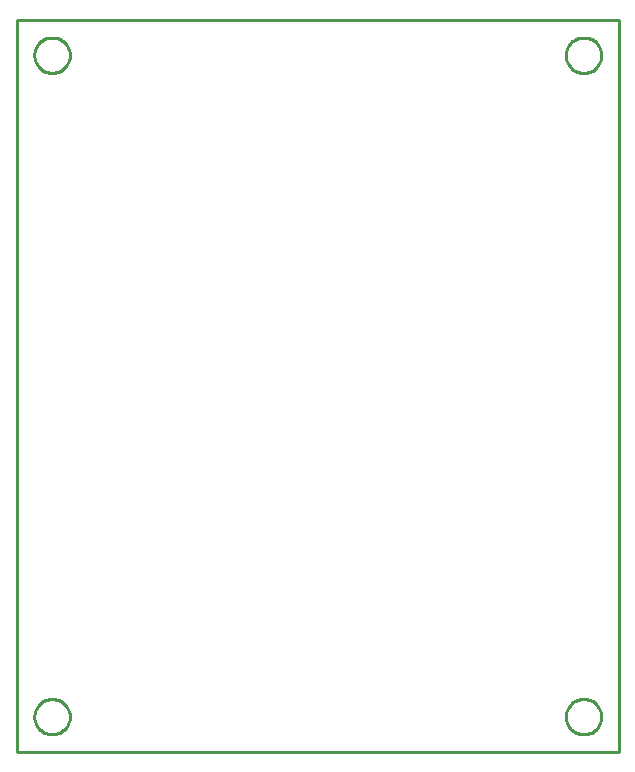
<source format=gbr>
G04 EAGLE Gerber RS-274X export*
G75*
%MOMM*%
%FSLAX34Y34*%
%LPD*%
%IN*%
%IPPOS*%
%AMOC8*
5,1,8,0,0,1.08239X$1,22.5*%
G01*
%ADD10C,0.254000*%


D10*
X0Y0D02*
X510000Y0D01*
X510000Y620000D01*
X0Y620000D01*
X0Y0D01*
X45000Y589464D02*
X44924Y588396D01*
X44771Y587335D01*
X44543Y586288D01*
X44241Y585260D01*
X43867Y584256D01*
X43422Y583281D01*
X42908Y582341D01*
X42329Y581440D01*
X41687Y580582D01*
X40985Y579772D01*
X40228Y579015D01*
X39418Y578313D01*
X38560Y577671D01*
X37659Y577092D01*
X36719Y576578D01*
X35744Y576133D01*
X34740Y575759D01*
X33712Y575457D01*
X32665Y575229D01*
X31604Y575076D01*
X30536Y575000D01*
X29464Y575000D01*
X28396Y575076D01*
X27335Y575229D01*
X26288Y575457D01*
X25260Y575759D01*
X24256Y576133D01*
X23281Y576578D01*
X22341Y577092D01*
X21440Y577671D01*
X20582Y578313D01*
X19772Y579015D01*
X19015Y579772D01*
X18313Y580582D01*
X17671Y581440D01*
X17092Y582341D01*
X16578Y583281D01*
X16133Y584256D01*
X15759Y585260D01*
X15457Y586288D01*
X15229Y587335D01*
X15076Y588396D01*
X15000Y589464D01*
X15000Y590536D01*
X15076Y591604D01*
X15229Y592665D01*
X15457Y593712D01*
X15759Y594740D01*
X16133Y595744D01*
X16578Y596719D01*
X17092Y597659D01*
X17671Y598560D01*
X18313Y599418D01*
X19015Y600228D01*
X19772Y600985D01*
X20582Y601687D01*
X21440Y602329D01*
X22341Y602908D01*
X23281Y603422D01*
X24256Y603867D01*
X25260Y604241D01*
X26288Y604543D01*
X27335Y604771D01*
X28396Y604924D01*
X29464Y605000D01*
X30536Y605000D01*
X31604Y604924D01*
X32665Y604771D01*
X33712Y604543D01*
X34740Y604241D01*
X35744Y603867D01*
X36719Y603422D01*
X37659Y602908D01*
X38560Y602329D01*
X39418Y601687D01*
X40228Y600985D01*
X40985Y600228D01*
X41687Y599418D01*
X42329Y598560D01*
X42908Y597659D01*
X43422Y596719D01*
X43867Y595744D01*
X44241Y594740D01*
X44543Y593712D01*
X44771Y592665D01*
X44924Y591604D01*
X45000Y590536D01*
X45000Y589464D01*
X495000Y589464D02*
X494924Y588396D01*
X494771Y587335D01*
X494543Y586288D01*
X494241Y585260D01*
X493867Y584256D01*
X493422Y583281D01*
X492908Y582341D01*
X492329Y581440D01*
X491687Y580582D01*
X490985Y579772D01*
X490228Y579015D01*
X489418Y578313D01*
X488560Y577671D01*
X487659Y577092D01*
X486719Y576578D01*
X485744Y576133D01*
X484740Y575759D01*
X483712Y575457D01*
X482665Y575229D01*
X481604Y575076D01*
X480536Y575000D01*
X479464Y575000D01*
X478396Y575076D01*
X477335Y575229D01*
X476288Y575457D01*
X475260Y575759D01*
X474256Y576133D01*
X473281Y576578D01*
X472341Y577092D01*
X471440Y577671D01*
X470582Y578313D01*
X469772Y579015D01*
X469015Y579772D01*
X468313Y580582D01*
X467671Y581440D01*
X467092Y582341D01*
X466578Y583281D01*
X466133Y584256D01*
X465759Y585260D01*
X465457Y586288D01*
X465229Y587335D01*
X465076Y588396D01*
X465000Y589464D01*
X465000Y590536D01*
X465076Y591604D01*
X465229Y592665D01*
X465457Y593712D01*
X465759Y594740D01*
X466133Y595744D01*
X466578Y596719D01*
X467092Y597659D01*
X467671Y598560D01*
X468313Y599418D01*
X469015Y600228D01*
X469772Y600985D01*
X470582Y601687D01*
X471440Y602329D01*
X472341Y602908D01*
X473281Y603422D01*
X474256Y603867D01*
X475260Y604241D01*
X476288Y604543D01*
X477335Y604771D01*
X478396Y604924D01*
X479464Y605000D01*
X480536Y605000D01*
X481604Y604924D01*
X482665Y604771D01*
X483712Y604543D01*
X484740Y604241D01*
X485744Y603867D01*
X486719Y603422D01*
X487659Y602908D01*
X488560Y602329D01*
X489418Y601687D01*
X490228Y600985D01*
X490985Y600228D01*
X491687Y599418D01*
X492329Y598560D01*
X492908Y597659D01*
X493422Y596719D01*
X493867Y595744D01*
X494241Y594740D01*
X494543Y593712D01*
X494771Y592665D01*
X494924Y591604D01*
X495000Y590536D01*
X495000Y589464D01*
X495000Y29464D02*
X494924Y28396D01*
X494771Y27335D01*
X494543Y26288D01*
X494241Y25260D01*
X493867Y24256D01*
X493422Y23281D01*
X492908Y22341D01*
X492329Y21440D01*
X491687Y20582D01*
X490985Y19772D01*
X490228Y19015D01*
X489418Y18313D01*
X488560Y17671D01*
X487659Y17092D01*
X486719Y16578D01*
X485744Y16133D01*
X484740Y15759D01*
X483712Y15457D01*
X482665Y15229D01*
X481604Y15076D01*
X480536Y15000D01*
X479464Y15000D01*
X478396Y15076D01*
X477335Y15229D01*
X476288Y15457D01*
X475260Y15759D01*
X474256Y16133D01*
X473281Y16578D01*
X472341Y17092D01*
X471440Y17671D01*
X470582Y18313D01*
X469772Y19015D01*
X469015Y19772D01*
X468313Y20582D01*
X467671Y21440D01*
X467092Y22341D01*
X466578Y23281D01*
X466133Y24256D01*
X465759Y25260D01*
X465457Y26288D01*
X465229Y27335D01*
X465076Y28396D01*
X465000Y29464D01*
X465000Y30536D01*
X465076Y31604D01*
X465229Y32665D01*
X465457Y33712D01*
X465759Y34740D01*
X466133Y35744D01*
X466578Y36719D01*
X467092Y37659D01*
X467671Y38560D01*
X468313Y39418D01*
X469015Y40228D01*
X469772Y40985D01*
X470582Y41687D01*
X471440Y42329D01*
X472341Y42908D01*
X473281Y43422D01*
X474256Y43867D01*
X475260Y44241D01*
X476288Y44543D01*
X477335Y44771D01*
X478396Y44924D01*
X479464Y45000D01*
X480536Y45000D01*
X481604Y44924D01*
X482665Y44771D01*
X483712Y44543D01*
X484740Y44241D01*
X485744Y43867D01*
X486719Y43422D01*
X487659Y42908D01*
X488560Y42329D01*
X489418Y41687D01*
X490228Y40985D01*
X490985Y40228D01*
X491687Y39418D01*
X492329Y38560D01*
X492908Y37659D01*
X493422Y36719D01*
X493867Y35744D01*
X494241Y34740D01*
X494543Y33712D01*
X494771Y32665D01*
X494924Y31604D01*
X495000Y30536D01*
X495000Y29464D01*
X45000Y29464D02*
X44924Y28396D01*
X44771Y27335D01*
X44543Y26288D01*
X44241Y25260D01*
X43867Y24256D01*
X43422Y23281D01*
X42908Y22341D01*
X42329Y21440D01*
X41687Y20582D01*
X40985Y19772D01*
X40228Y19015D01*
X39418Y18313D01*
X38560Y17671D01*
X37659Y17092D01*
X36719Y16578D01*
X35744Y16133D01*
X34740Y15759D01*
X33712Y15457D01*
X32665Y15229D01*
X31604Y15076D01*
X30536Y15000D01*
X29464Y15000D01*
X28396Y15076D01*
X27335Y15229D01*
X26288Y15457D01*
X25260Y15759D01*
X24256Y16133D01*
X23281Y16578D01*
X22341Y17092D01*
X21440Y17671D01*
X20582Y18313D01*
X19772Y19015D01*
X19015Y19772D01*
X18313Y20582D01*
X17671Y21440D01*
X17092Y22341D01*
X16578Y23281D01*
X16133Y24256D01*
X15759Y25260D01*
X15457Y26288D01*
X15229Y27335D01*
X15076Y28396D01*
X15000Y29464D01*
X15000Y30536D01*
X15076Y31604D01*
X15229Y32665D01*
X15457Y33712D01*
X15759Y34740D01*
X16133Y35744D01*
X16578Y36719D01*
X17092Y37659D01*
X17671Y38560D01*
X18313Y39418D01*
X19015Y40228D01*
X19772Y40985D01*
X20582Y41687D01*
X21440Y42329D01*
X22341Y42908D01*
X23281Y43422D01*
X24256Y43867D01*
X25260Y44241D01*
X26288Y44543D01*
X27335Y44771D01*
X28396Y44924D01*
X29464Y45000D01*
X30536Y45000D01*
X31604Y44924D01*
X32665Y44771D01*
X33712Y44543D01*
X34740Y44241D01*
X35744Y43867D01*
X36719Y43422D01*
X37659Y42908D01*
X38560Y42329D01*
X39418Y41687D01*
X40228Y40985D01*
X40985Y40228D01*
X41687Y39418D01*
X42329Y38560D01*
X42908Y37659D01*
X43422Y36719D01*
X43867Y35744D01*
X44241Y34740D01*
X44543Y33712D01*
X44771Y32665D01*
X44924Y31604D01*
X45000Y30536D01*
X45000Y29464D01*
M02*

</source>
